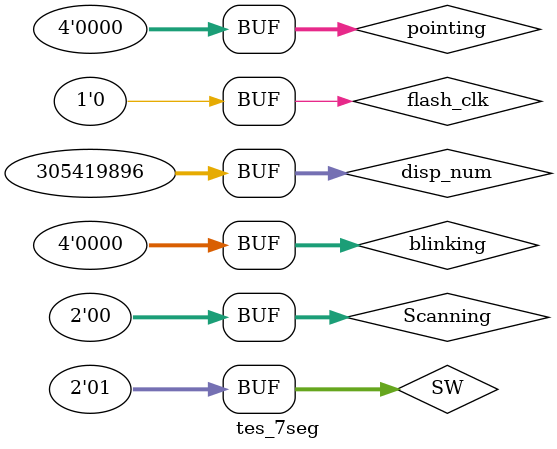
<source format=v>
`timescale 1ns / 1ps


module tes_7seg;

	// Inputs
	reg [3:0] blinking;
	reg [31:0] disp_num;
	reg flash_clk;
	reg [3:0] pointing;
	reg [1:0] Scanning;
	reg [1:0] SW;

	// Outputs
	wire [3:0] AN;
	wire [7:0] SEGMENT;

	// Instantiate the Unit Under Test (UUT)
	seven_seg_dev uut (
		.blinking(blinking), 
		.disp_num(disp_num), 
		.flash_clk(flash_clk), 
		.pointing(pointing), 
		.Scanning(Scanning), 
		.SW(SW), 
		.AN(AN), 
		.SEGMENT(SEGMENT)
	);

	initial begin
		// Initialize Inputs
		blinking = 0;
		disp_num = 0;
		flash_clk = 0;
		pointing = 0;
		Scanning = 0;
		SW = 0;

		// Wait 100 ns for global reset to finish
		#100;
        
		// Add stimulus here
		disp_num <= 32'h12345678;
		SW = 2'b01;
		Scanning = 2'b00;
		#50;
		disp_num <= 32'h12345678; SW = 2'b01;
		Scanning = 2'b01;
		#50;
		disp_num <= 32'h12345678; SW = 2'b01;
		Scanning = 2'b10;
		#50;
		disp_num <= 32'h12345678; SW = 2'b01;
		Scanning = 2'b11;

		#50;
		disp_num <= 32'h12345678;
		SW = 2'b11;
		Scanning = 2'b00;
		#50;
		disp_num <= 32'h12345678; SW = 2'b11;
		Scanning = 2'b01;
		#50;
		disp_num <= 32'h12345678; SW = 2'b11;
		Scanning = 2'b10;
		#50;
		disp_num <= 32'h12345678; SW = 2'b11;
		Scanning = 2'b11;

		#50;
		disp_num <= 32'h557EF7E0; SW = 2'b10;
		Scanning = 2'b00;
		#50;
		disp_num <= 32'h557EF7E0; SW = 2'b10;
		Scanning = 2'b01;
		#50;
		disp_num <= 32'h557EF7E0; SW = 2'b10;
		Scanning = 2'b10;
		#50;
		disp_num <= 32'h557EF7E0; SW = 2'b10;
		Scanning = 2'b11;
		#50;
		disp_num <= 32'h12345678; SW = 2'b01;
		Scanning = 2'b00;
	end
      
endmodule


</source>
